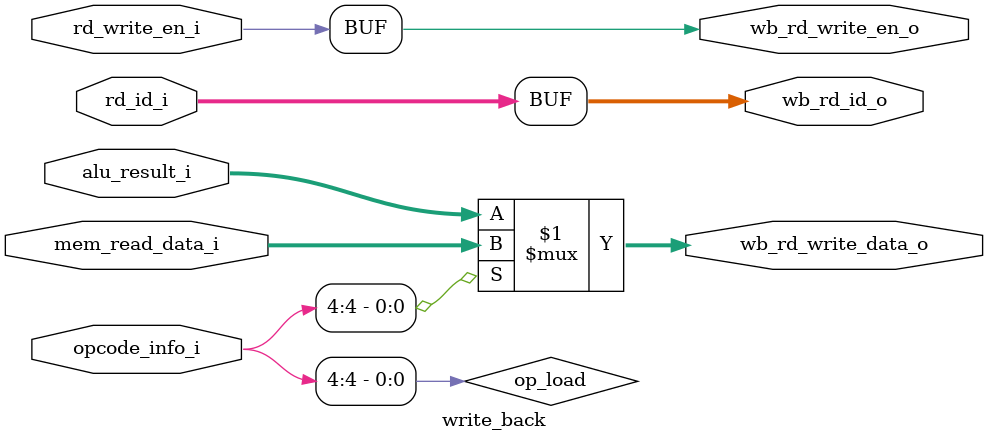
<source format=v>

module write_back(      
       input         rd_write_en_i,
       input [4:0]   rd_id_i,
       input [9:0]   opcode_info_i,
	    
  
       input [31:0]  alu_result_i,
       input [31:0]  mem_read_data_i,

       output        wb_rd_write_en_o,
       output[4 :0]  wb_rd_id_o,
       output[31:0]  wb_rd_write_data_o  
);


wire    op_load = opcode_info_i[4];

assign  wb_rd_write_data_o = op_load ? mem_read_data_i : alu_result_i;

assign  wb_rd_write_en_o   = rd_write_en_i;
assign  wb_rd_id_o         = rd_id_i;
endmodule

</source>
